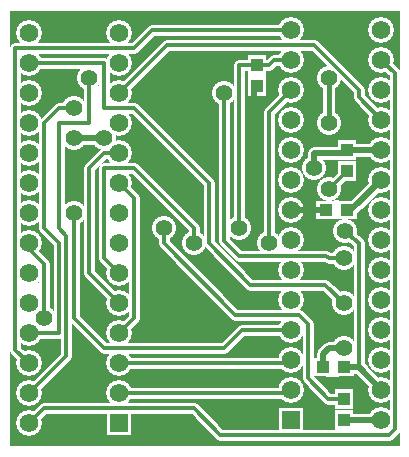
<source format=gbr>
G04 GERBER ASCII OUTPUT FROM: EDWINXP (VER. 1.61 REV. 20080915)*
G04 GERBER FORMAT: RX-274-X*
G04 BOARD: DSPIC_ADAPTER*
G04 ARTWORK OF COMP.LAYERPOSITIVE SUPERIMPOSED ON NEGATIVE*
%ASAXBY*%
%FSLAX23Y23*%
%MIA0B0*%
%MOIN*%
%OFA0.0000B0.0000*%
%SFA1B1*%
%IJA0B0*%
%INLAYER2NEGPOS*%
%IOA0B0*%
%IPPOS*%
%IR0*%
G04 APERTURE MACROS*
%AMEDWDONUT*
1,1,$1,$2,$3*
1,0,$4,$2,$3*
%
%AMEDWFRECT*
20,1,$1,$2,$3,$4,$5,$6*
%
%AMEDWORECT*
20,1,$1,$2,$3,$4,$5,$10*
20,1,$1,$4,$5,$6,$7,$10*
20,1,$1,$6,$7,$8,$9,$10*
20,1,$1,$8,$9,$2,$3,$10*
1,1,$1,$2,$3*
1,1,$1,$4,$5*
1,1,$1,$6,$7*
1,1,$1,$8,$9*
%
%AMEDWLINER*
20,1,$1,$2,$3,$4,$5,$6*
1,1,$1,$2,$3*
1,1,$1,$4,$5*
%
%AMEDWFTRNG*
4,1,3,$1,$2,$3,$4,$5,$6,$7,$8,$9*
%
%AMEDWATRNG*
4,1,3,$1,$2,$3,$4,$5,$6,$7,$8,$9*
20,1,$11,$1,$2,$3,$4,$10*
20,1,$11,$3,$4,$5,$6,$10*
20,1,$11,$5,$6,$7,$8,$10*
1,1,$11,$3,$4*
1,1,$11,$5,$6*
1,1,$11,$7,$8*
%
%AMEDWOTRNG*
20,1,$1,$2,$3,$4,$5,$8*
20,1,$1,$4,$5,$6,$7,$8*
20,1,$1,$6,$7,$2,$3,$8*
1,1,$1,$2,$3*
1,1,$1,$4,$5*
1,1,$1,$6,$7*
%
G04*
G04 APERTURE LIST*
%ADD10R,0.0500X0.0460*%
%ADD11R,0.0740X0.0700*%
%ADD12R,0.0440X0.0400*%
%ADD13R,0.0680X0.0640*%
%ADD14R,0.0460X0.0500*%
%ADD15R,0.0700X0.0740*%
%ADD16R,0.0400X0.0440*%
%ADD17R,0.0640X0.0680*%
%ADD18R,0.0700X0.0700*%
%ADD19R,0.0940X0.0940*%
%ADD20R,0.0600X0.0600*%
%ADD21R,0.0840X0.0840*%
%ADD22C,0.0010*%
%ADD24C,0.00197*%
%ADD26C,0.0020*%
%ADD27R,0.0020X0.0020*%
%ADD28C,0.00204*%
%ADD29R,0.00204X0.00204*%
%ADD30C,0.00233*%
%ADD31R,0.00233X0.00233*%
%ADD32C,0.00289*%
%ADD33R,0.00289X0.00289*%
%ADD34C,0.0030*%
%ADD35R,0.0030X0.0030*%
%ADD36C,0.00369*%
%ADD37R,0.00369X0.00369*%
%ADD38C,0.0040*%
%ADD39R,0.0040X0.0040*%
%ADD40C,0.0050*%
%ADD41R,0.0050X0.0050*%
%ADD42C,0.00504*%
%ADD43R,0.00504X0.00504*%
%ADD44C,0.00512*%
%ADD45R,0.00512X0.00512*%
%ADD46C,0.00542*%
%ADD47R,0.00542X0.00542*%
%ADD48C,0.00627*%
%ADD49R,0.00627X0.00627*%
%ADD50C,0.00639*%
%ADD51R,0.00639X0.00639*%
%ADD52C,0.00711*%
%ADD53R,0.00711X0.00711*%
%ADD54C,0.00775*%
%ADD55R,0.00775X0.00775*%
%ADD56C,0.00787*%
%ADD57R,0.00787X0.00787*%
%ADD58C,0.00795*%
%ADD59R,0.00795X0.00795*%
%ADD60C,0.0080*%
%ADD62C,0.0088*%
%ADD63R,0.0088X0.0088*%
%ADD64C,0.00984*%
%ADD65R,0.00984X0.00984*%
%ADD66C,0.0100*%
%ADD67R,0.0100X0.0100*%
%ADD68C,0.01181*%
%ADD70C,0.01182*%
%ADD71R,0.01182X0.01182*%
%ADD72C,0.0120*%
%ADD74C,0.0120*%
%ADD76C,0.0130*%
%ADD78C,0.01351*%
%ADD79R,0.01351X0.01351*%
%ADD80C,0.01452*%
%ADD81R,0.01452X0.01452*%
%ADD82C,0.0149*%
%ADD83R,0.0149X0.0149*%
%ADD84C,0.0160*%
%ADD86C,0.01761*%
%ADD87R,0.01761X0.01761*%
%ADD88C,0.01773*%
%ADD89R,0.01773X0.01773*%
%ADD90C,0.01896*%
%ADD91R,0.01896X0.01896*%
%ADD92C,0.01969*%
%ADD93R,0.01969X0.01969*%
%ADD94C,0.0200*%
%ADD96C,0.02027*%
%ADD97R,0.02027X0.02027*%
%ADD98C,0.02196*%
%ADD99R,0.02196X0.02196*%
%ADD100C,0.0228*%
%ADD101R,0.0228X0.0228*%
%ADD102C,0.02302*%
%ADD103R,0.02302X0.02302*%
%ADD104C,0.02365*%
%ADD105R,0.02365X0.02365*%
%ADD106C,0.0240*%
%ADD108C,0.02438*%
%ADD109R,0.02438X0.02438*%
%ADD110C,0.02597*%
%ADD112C,0.02709*%
%ADD113R,0.02709X0.02709*%
%ADD114C,0.02844*%
%ADD115R,0.02844X0.02844*%
%ADD116C,0.02871*%
%ADD117R,0.02871X0.02871*%
%ADD118C,0.0290*%
%ADD120C,0.02912*%
%ADD121R,0.02912X0.02912*%
%ADD122C,0.0300*%
%ADD123R,0.0300X0.0300*%
%ADD124C,0.0304*%
%ADD125R,0.0304X0.0304*%
%ADD126C,0.0320*%
%ADD128C,0.0350*%
%ADD129R,0.0350X0.0350*%
%ADD130C,0.03547*%
%ADD131R,0.03547X0.03547*%
%ADD132C,0.03581*%
%ADD134C,0.03582*%
%ADD135R,0.03582X0.03582*%
%ADD136C,0.0370*%
%ADD138C,0.03751*%
%ADD139R,0.03751X0.03751*%
%ADD140C,0.0389*%
%ADD141R,0.0389X0.0389*%
%ADD142C,0.03937*%
%ADD143R,0.03937X0.03937*%
%ADD144C,0.0400*%
%ADD146C,0.04161*%
%ADD147R,0.04161X0.04161*%
%ADD148C,0.04173*%
%ADD149R,0.04173X0.04173*%
%ADD150C,0.04296*%
%ADD151R,0.04296X0.04296*%
%ADD152C,0.0440*%
%ADD154C,0.04427*%
%ADD155R,0.04427X0.04427*%
%ADD156C,0.04469*%
%ADD157R,0.04469X0.04469*%
%ADD158C,0.04596*%
%ADD159R,0.04596X0.04596*%
%ADD160C,0.0468*%
%ADD161R,0.0468X0.0468*%
%ADD162C,0.04702*%
%ADD163R,0.04702X0.04702*%
%ADD164C,0.04729*%
%ADD165R,0.04729X0.04729*%
%ADD166C,0.04765*%
%ADD167R,0.04765X0.04765*%
%ADD168C,0.04838*%
%ADD169R,0.04838X0.04838*%
%ADD170C,0.04898*%
%ADD171R,0.04898X0.04898*%
%ADD172C,0.0500*%
%ADD173R,0.0500X0.0500*%
%ADD174C,0.05011*%
%ADD175R,0.05011X0.05011*%
%ADD176C,0.05109*%
%ADD177R,0.05109X0.05109*%
%ADD178C,0.05236*%
%ADD179R,0.05236X0.05236*%
%ADD180C,0.05244*%
%ADD181R,0.05244X0.05244*%
%ADD182C,0.05271*%
%ADD183R,0.05271X0.05271*%
%ADD184C,0.05282*%
%ADD185R,0.05282X0.05282*%
%ADD186C,0.0544*%
%ADD187R,0.0544X0.0544*%
%ADD188C,0.0560*%
%ADD189R,0.0560X0.0560*%
%ADD190C,0.05906*%
%ADD191R,0.05906X0.05906*%
%ADD192C,0.05947*%
%ADD193R,0.05947X0.05947*%
%ADD194C,0.0600*%
%ADD195R,0.0600X0.0600*%
%ADD196C,0.0620*%
%ADD198C,0.06869*%
%ADD199R,0.06869X0.06869*%
%ADD200C,0.06906*%
%ADD201R,0.06906X0.06906*%
%ADD202C,0.06907*%
%ADD203R,0.06907X0.06907*%
%ADD204C,0.06925*%
%ADD205R,0.06925X0.06925*%
%ADD206C,0.0700*%
%ADD207R,0.0700X0.0700*%
%ADD208C,0.07129*%
%ADD209R,0.07129X0.07129*%
%ADD210C,0.07178*%
%ADD211R,0.07178X0.07178*%
%ADD212C,0.07298*%
%ADD213R,0.07298X0.07298*%
%ADD214C,0.07411*%
%ADD215R,0.07411X0.07411*%
%ADD216C,0.0760*%
%ADD218C,0.07636*%
%ADD219R,0.07636X0.07636*%
%ADD220C,0.07682*%
%ADD221R,0.07682X0.07682*%
%ADD222C,0.07769*%
%ADD223R,0.07769X0.07769*%
%ADD224C,0.0800*%
%ADD225R,0.0800X0.0800*%
%ADD226C,0.08107*%
%ADD227R,0.08107X0.08107*%
%ADD228C,0.08261*%
%ADD229R,0.08261X0.08261*%
%ADD230C,0.0860*%
%ADD232C,0.09307*%
%ADD233R,0.09307X0.09307*%
%ADD234C,0.09325*%
%ADD235R,0.09325X0.09325*%
%ADD236C,0.09578*%
%ADD237R,0.09578X0.09578*%
%ADD238C,0.1000*%
%ADD241R,0.10169X0.10169*%
%ADD243R,0.10507X0.10507*%
%ADD245R,0.10641X0.10641*%
%ADD247R,0.10661X0.10661*%
%ADD249R,0.13041X0.13041*%
%ADD250C,0.23041*%
%ADD251R,0.23041X0.23041*%
%ADD252C,0.33041*%
%ADD253R,0.33041X0.33041*%
%ADD254C,0.43041*%
%ADD255R,0.43041X0.43041*%
%ADD256C,0.53041*%
%ADD257R,0.53041X0.53041*%
%ADD258C,0.63041*%
%ADD259R,0.63041X0.63041*%
%ADD260C,0.73041*%
%ADD261R,0.73041X0.73041*%
%ADD262C,0.83041*%
%ADD263R,0.83041X0.83041*%
%ADD264C,0.93041*%
%ADD265R,0.93041X0.93041*%
%ADD266C,1.03041*%
%ADD267R,1.03041X1.03041*%
%ADD268C,1.13041*%
%ADD269R,1.13041X1.13041*%
%ADD270C,1.23041*%
%ADD271R,1.23041X1.23041*%
%ADD272C,1.33041*%
%ADD273R,1.33041X1.33041*%
%ADD274C,1.43041*%
%ADD275R,1.43041X1.43041*%
%ADD276C,1.53041*%
%ADD277R,1.53041X1.53041*%
%ADD278C,1.63041*%
%ADD279R,1.63041X1.63041*%
%ADD280C,1.73041*%
%ADD281R,1.73041X1.73041*%
%ADD282C,1.83041*%
%ADD283R,1.83041X1.83041*%
%ADD284C,1.93041*%
%ADD285R,1.93041X1.93041*%
G04*
%LNLLAYER2CPOURD*%
%LPD*%
G36*
X938Y775D02*
X1300Y925D01*
X1300Y1438D01*
X0Y1438D01*
X0Y-13D01*
X1300Y-13D01*
X1300Y700D01*
X938Y775D01*
G37*
G36*
X938Y775D02*
X1300Y988D01*
X1300Y638D01*
X938Y775D01*
G37*
%LNLLAYER2CRELIEVEC*%
%LPC*%
G36*
X225Y1093D02*
X225Y1073D01*
X254Y1073D01*
X254Y1093D01*
X225Y1093D01*
G37*
G36*
X172Y1050D02*
X172Y1030D01*
X197Y1030D01*
X197Y1050D01*
X172Y1050D01*
G37*
G36*
X319Y900D02*
X319Y890D01*
X338Y890D01*
X338Y900D01*
X319Y900D01*
G37*
G36*
X319Y1143D02*
X319Y1119D01*
X342Y1119D01*
X342Y1143D01*
X319Y1143D01*
G37*
G36*
X248Y1187D02*
X248Y1034D01*
X331Y1034D01*
X331Y1187D01*
X248Y1187D01*
G37*
G36*
X233Y1060D02*
X233Y1027D01*
X262Y1027D01*
X262Y1060D01*
X233Y1060D01*
G37*
G36*
X279Y1253D02*
X279Y1234D01*
X304Y1234D01*
X304Y1253D01*
X279Y1253D01*
G37*
G36*
X128Y396D02*
X128Y374D01*
X155Y374D01*
X155Y396D01*
X128Y396D01*
G37*
G36*
X1081Y756D02*
X1081Y806D01*
X1099Y806D01*
X1099Y756D01*
X1081Y756D01*
G37*
G36*
X1083Y768D02*
X1083Y743D01*
X1097Y743D01*
X1097Y768D01*
X1083Y768D01*
G37*
G36*
X1054Y300D02*
X1054Y217D01*
X1099Y217D01*
X1099Y300D01*
X1054Y300D01*
G37*
G36*
X1125Y309D02*
X1125Y269D01*
X1153Y269D01*
X1153Y309D01*
X1125Y309D01*
G37*
G36*
X1139Y59D02*
X1139Y34D01*
X1208Y34D01*
X1208Y59D01*
X1139Y59D01*
G37*
G36*
X802Y1229D02*
X802Y1213D01*
X855Y1213D01*
X855Y1229D01*
X802Y1229D01*
G37*
G36*
X821Y1232D02*
X821Y1214D01*
X793Y1214D01*
X793Y1232D01*
X821Y1232D01*
G37*
G36*
X892Y655D02*
X892Y634D01*
X919Y634D01*
X919Y655D01*
X892Y655D01*
G37*
G36*
X28Y530D02*
X28Y486D01*
X98Y486D01*
X98Y530D01*
X28Y530D01*
G37*
D179*
X53Y610D02*D03*
G36*
X30Y432D02*
X30Y380D01*
X77Y380D01*
X77Y432D01*
X30Y432D01*
G37*
G36*
X162Y699D02*
X162Y723D01*
X123Y723D01*
X123Y699D01*
X162Y699D01*
G37*
G36*
X143Y1108D02*
X143Y1070D01*
X196Y1070D01*
X196Y1108D01*
X143Y1108D01*
G37*
G36*
X120Y1076D02*
X120Y711D01*
X155Y711D01*
X155Y1076D01*
X120Y1076D01*
G37*
G36*
X172Y751D02*
X172Y697D01*
X201Y697D01*
X201Y751D01*
X172Y751D01*
G37*
G36*
X326Y641D02*
X326Y582D01*
X403Y582D01*
X403Y641D01*
X326Y641D01*
G37*
G36*
X315Y851D02*
X315Y643D01*
X397Y643D01*
X397Y851D01*
X315Y851D01*
G37*
D13* 
X1125Y775D02*D03*
D17* 
X825Y1258D02*D03*
D13* 
X1043Y250D02*D03*
X1113Y250D02*D03*
D17* 
X1125Y975D02*D03*
X1125Y905D02*D03*
X1113Y145D02*D03*
X1113Y75D02*D03*
D21* 
X938Y75D02*D03*
D230*
X938Y175D02*D03*
X938Y275D02*D03*
X938Y375D02*D03*
X938Y475D02*D03*
X938Y575D02*D03*
X938Y675D02*D03*
X938Y875D02*D03*
X938Y975D02*D03*
X938Y1075D02*D03*
X938Y1175D02*D03*
X938Y1275D02*D03*
X938Y1375D02*D03*
X1238Y1375D02*D03*
X1238Y1275D02*D03*
X1238Y1175D02*D03*
X1238Y1075D02*D03*
X1238Y975D02*D03*
X1238Y875D02*D03*
X1238Y775D02*D03*
X1238Y675D02*D03*
X1238Y575D02*D03*
X1238Y475D02*D03*
X1238Y375D02*D03*
X1238Y275D02*D03*
X1238Y175D02*D03*
X1238Y75D02*D03*
D21* 
X363Y63D02*D03*
D230*
X363Y163D02*D03*
X363Y263D02*D03*
X363Y363D02*D03*
X363Y463D02*D03*
X363Y563D02*D03*
X363Y663D02*D03*
X363Y863D02*D03*
X363Y963D02*D03*
X363Y1063D02*D03*
X363Y1163D02*D03*
X363Y1263D02*D03*
X363Y1363D02*D03*
X63Y1363D02*D03*
X63Y1263D02*D03*
X63Y1163D02*D03*
X63Y1063D02*D03*
X63Y963D02*D03*
X63Y863D02*D03*
X63Y763D02*D03*
X63Y663D02*D03*
X63Y563D02*D03*
X63Y463D02*D03*
X63Y363D02*D03*
X63Y263D02*D03*
X63Y163D02*D03*
X63Y63D02*D03*
X938Y775D02*D03*
D13* 
X1055Y775D02*D03*
D17* 
X825Y1188D02*D03*
D224*
X1113Y463D02*D03*
X1113Y613D02*D03*
X713Y1163D02*D03*
X1063Y1063D02*D03*
X1063Y1213D02*D03*
X263Y1213D02*D03*
X213Y1113D02*D03*
X113Y413D02*D03*
X213Y763D02*D03*
X763Y713D02*D03*
X513Y713D02*D03*
X213Y1013D02*D03*
X313Y1013D02*D03*
X1013Y913D02*D03*
X1064Y845D02*D03*
X1119Y705D02*D03*
X613Y663D02*D03*
X863Y663D02*D03*
X1113Y313D02*D03*
D132*
X825Y1258D02*
X863Y1258D01*
X880Y1275D01*
X938Y1275D01*
X825Y1258D02*
X763Y1258D01*
X763Y713D01*
X513Y713D02*
X513Y663D01*
X750Y425D01*
X963Y425D01*
X995Y393D01*
X995Y213D01*
X1062Y145D01*
X1113Y145D01*
D152*
X1125Y975D02*
X1238Y975D01*
X213Y1013D02*
X313Y1013D01*
D132*
X1125Y975D02*
X1126Y963D01*
D152*
X1126Y963D02*
X1064Y963D01*
X1013Y963D01*
X1013Y913D01*
D94* 
X938Y775D02*
X1055Y775D01*
X813Y763D02*
X813Y1188D01*
D68* 
X813Y1188D02*
X825Y1188D01*
D132*
X63Y63D02*
X113Y113D01*
X613Y113D01*
X701Y24D01*
X1263Y24D01*
X1283Y45D01*
X1283Y1230D01*
X1238Y1275D01*
X263Y1213D02*
X263Y1063D01*
X163Y1063D01*
X163Y713D01*
X188Y688D01*
X188Y288D01*
X63Y163D01*
X63Y263D02*
X17Y308D01*
X17Y1313D01*
X413Y1313D01*
X475Y1375D01*
X938Y1375D01*
X213Y1113D02*
X163Y1113D01*
X113Y1063D01*
X113Y713D01*
X163Y663D01*
X163Y363D01*
X63Y363D01*
X113Y413D02*
X113Y594D01*
X63Y644D01*
X63Y663D01*
X213Y763D02*
X213Y413D01*
X313Y313D01*
X713Y313D01*
X775Y375D01*
X938Y375D01*
X363Y963D02*
X313Y963D01*
X263Y913D01*
X263Y563D01*
X363Y463D01*
X363Y863D02*
X413Y813D01*
X413Y413D01*
X363Y363D01*
D152*
X1113Y313D02*
X1063Y313D01*
X1043Y293D01*
X1043Y250D01*
X1238Y875D02*
X1163Y800D01*
X1132Y771D01*
D132*
X1132Y771D02*
X1125Y775D01*
X1113Y463D02*
X1050Y525D01*
X800Y525D01*
X663Y663D01*
X663Y863D01*
X413Y1113D01*
X313Y1113D01*
X313Y1263D01*
X63Y1263D01*
X1113Y613D02*
X1063Y613D01*
X1055Y620D01*
X763Y620D01*
X713Y670D01*
X713Y1163D01*
D144*
X1063Y1063D02*
X1063Y1213D01*
D132*
X363Y1163D02*
X525Y1325D01*
X1013Y1325D01*
X1163Y1175D01*
X1163Y1150D01*
X1238Y1075D01*
X613Y663D02*
X613Y713D01*
X413Y913D01*
X313Y913D01*
X313Y613D01*
X363Y563D01*
X863Y663D02*
X863Y1100D01*
X938Y1175D01*
X363Y263D02*
X925Y263D01*
X938Y275D01*
X363Y163D02*
X925Y163D01*
X938Y175D01*
D152*
X1163Y251D02*
X1163Y250D01*
X1238Y175D01*
D132*
X1163Y251D02*
X1163Y663D01*
X1131Y692D01*
X1125Y710D01*
X1121Y706D01*
X1126Y700D01*
X1119Y705D01*
X1064Y845D02*
X1125Y905D01*
D152*
X1163Y251D02*
X1113Y251D01*
D132*
X1113Y251D02*
X1113Y250D01*
D152*
X1238Y75D02*
X1113Y75D01*
%LNLLAYER2CFILLD*%
%LPD*%
D12* 
X1125Y775D02*D03*
D16* 
X825Y1258D02*D03*
D12* 
X1043Y250D02*D03*
X1113Y250D02*D03*
D16* 
X1125Y975D02*D03*
X1125Y905D02*D03*
X1113Y145D02*D03*
X1113Y75D02*D03*
D20* 
X938Y75D02*D03*
D196*
X938Y175D02*D03*
X938Y275D02*D03*
X938Y375D02*D03*
X938Y475D02*D03*
X938Y575D02*D03*
X938Y675D02*D03*
X938Y875D02*D03*
X938Y975D02*D03*
X938Y1075D02*D03*
X938Y1175D02*D03*
X938Y1275D02*D03*
X938Y1375D02*D03*
X1238Y1375D02*D03*
X1238Y1275D02*D03*
X1238Y1175D02*D03*
X1238Y1075D02*D03*
X1238Y975D02*D03*
X1238Y875D02*D03*
X1238Y775D02*D03*
X1238Y675D02*D03*
X1238Y575D02*D03*
X1238Y475D02*D03*
X1238Y375D02*D03*
X1238Y275D02*D03*
X1238Y175D02*D03*
X1238Y75D02*D03*
D20* 
X363Y63D02*D03*
D196*
X363Y163D02*D03*
X363Y263D02*D03*
X363Y363D02*D03*
X363Y463D02*D03*
X363Y563D02*D03*
X363Y663D02*D03*
X363Y863D02*D03*
X363Y963D02*D03*
X363Y1063D02*D03*
X363Y1163D02*D03*
X363Y1263D02*D03*
X363Y1363D02*D03*
X63Y1363D02*D03*
X63Y1263D02*D03*
X63Y1163D02*D03*
X63Y1063D02*D03*
X63Y963D02*D03*
X63Y863D02*D03*
X63Y763D02*D03*
X63Y663D02*D03*
X63Y563D02*D03*
X63Y463D02*D03*
X63Y363D02*D03*
X63Y263D02*D03*
X63Y163D02*D03*
X63Y63D02*D03*
X938Y775D02*D03*
X363Y763D02*D03*
D12* 
X1055Y775D02*D03*
D16* 
X825Y1188D02*D03*
D188*
X1113Y463D02*D03*
X1113Y613D02*D03*
X713Y1163D02*D03*
X1063Y1063D02*D03*
X1063Y1213D02*D03*
X263Y1213D02*D03*
X213Y1113D02*D03*
X113Y413D02*D03*
X213Y763D02*D03*
X763Y713D02*D03*
X513Y713D02*D03*
X213Y1013D02*D03*
X313Y1013D02*D03*
X1013Y913D02*D03*
X813Y763D02*D03*
X1064Y845D02*D03*
X1119Y705D02*D03*
X613Y663D02*D03*
X863Y663D02*D03*
X1113Y313D02*D03*
D68* 
X825Y1258D02*
X863Y1258D01*
X880Y1275D01*
X938Y1275D01*
X825Y1258D02*
X763Y1258D01*
X763Y713D01*
X513Y713D02*
X513Y663D01*
X750Y425D01*
X963Y425D01*
X995Y393D01*
X995Y213D01*
X1062Y145D01*
X1113Y145D01*
D94* 
X1125Y975D02*
X1238Y975D01*
X213Y1013D02*
X313Y1013D01*
D68* 
X1125Y975D02*
X1126Y963D01*
D94* 
X1126Y963D02*
X1064Y963D01*
X1013Y963D01*
X1013Y913D01*
X938Y775D02*
X1055Y775D01*
X813Y763D02*
X813Y1188D01*
D68* 
X813Y1188D02*
X825Y1188D01*
X63Y63D02*
X113Y113D01*
X613Y113D01*
X701Y24D01*
X1263Y24D01*
X1283Y45D01*
X1283Y1230D01*
X1238Y1275D01*
X263Y1213D02*
X263Y1063D01*
X163Y1063D01*
X163Y713D01*
X188Y688D01*
X188Y288D01*
X63Y163D01*
X63Y263D02*
X17Y308D01*
X17Y1313D01*
X413Y1313D01*
X475Y1375D01*
X938Y1375D01*
X213Y1113D02*
X163Y1113D01*
X113Y1063D01*
X113Y713D01*
X163Y663D01*
X163Y363D01*
X63Y363D01*
X113Y413D02*
X113Y594D01*
X63Y644D01*
X63Y663D01*
X213Y763D02*
X213Y413D01*
X313Y313D01*
X713Y313D01*
X775Y375D01*
X938Y375D01*
X363Y963D02*
X313Y963D01*
X263Y913D01*
X263Y563D01*
X363Y463D01*
X363Y863D02*
X413Y813D01*
X413Y413D01*
X363Y363D01*
D94* 
X1113Y313D02*
X1063Y313D01*
X1043Y293D01*
X1043Y250D01*
X1238Y875D02*
X1163Y800D01*
X1132Y771D01*
D68* 
X1132Y771D02*
X1125Y775D01*
X1113Y463D02*
X1050Y525D01*
X800Y525D01*
X663Y663D01*
X663Y863D01*
X413Y1113D01*
X313Y1113D01*
X313Y1263D01*
X63Y1263D01*
X1113Y613D02*
X1063Y613D01*
X1055Y620D01*
X763Y620D01*
X713Y670D01*
X713Y1163D01*
D84* 
X1063Y1063D02*
X1063Y1213D01*
D68* 
X363Y1163D02*
X525Y1325D01*
X1013Y1325D01*
X1163Y1175D01*
X1163Y1150D01*
X1238Y1075D01*
X613Y663D02*
X613Y713D01*
X413Y913D01*
X313Y913D01*
X313Y613D01*
X363Y563D01*
X863Y663D02*
X863Y1100D01*
X938Y1175D01*
X363Y263D02*
X925Y263D01*
X938Y275D01*
X363Y163D02*
X925Y163D01*
X938Y175D01*
D94* 
X1163Y251D02*
X1163Y250D01*
X1238Y175D01*
D68* 
X1163Y251D02*
X1163Y663D01*
X1131Y692D01*
X1125Y710D01*
X1121Y706D01*
X1126Y700D01*
X1119Y705D01*
X1064Y845D02*
X1125Y905D01*
D94* 
X1163Y251D02*
X1113Y251D01*
D68* 
X1113Y251D02*
X1113Y250D01*
D94* 
X1238Y75D02*
X1113Y75D01*
M02*

</source>
